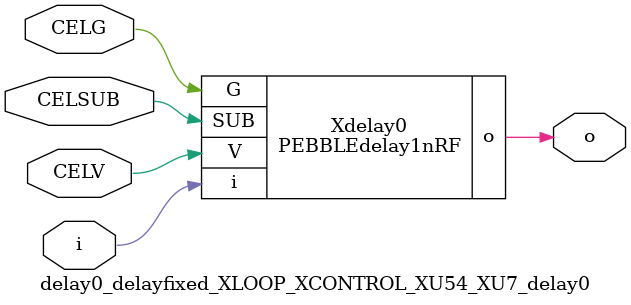
<source format=v>



module PEBBLEdelay1nRF ( o, V, G, i, SUB );

  input V;
  input i;
  input G;
  output o;
  input SUB;
endmodule

//Celera Confidential Do Not Copy delay0_delayfixed_XLOOP_XCONTROL_XU54_XU7_delay0
//TYPE: fixed 1ns
module delay0_delayfixed_XLOOP_XCONTROL_XU54_XU7_delay0 (i, CELV, o,
CELG,CELSUB);
input CELV;
input i;
output o;
input CELSUB;
input CELG;

//Celera Confidential Do Not Copy delayfast0
PEBBLEdelay1nRF Xdelay0(
.V (CELV),
.i (i),
.o (o),
.G (CELG),
.SUB (CELSUB)
);
//,diesize,PEBBLEdelay1nRF

//Celera Confidential Do Not Copy Module End
//Celera Schematic Generator
endmodule

</source>
